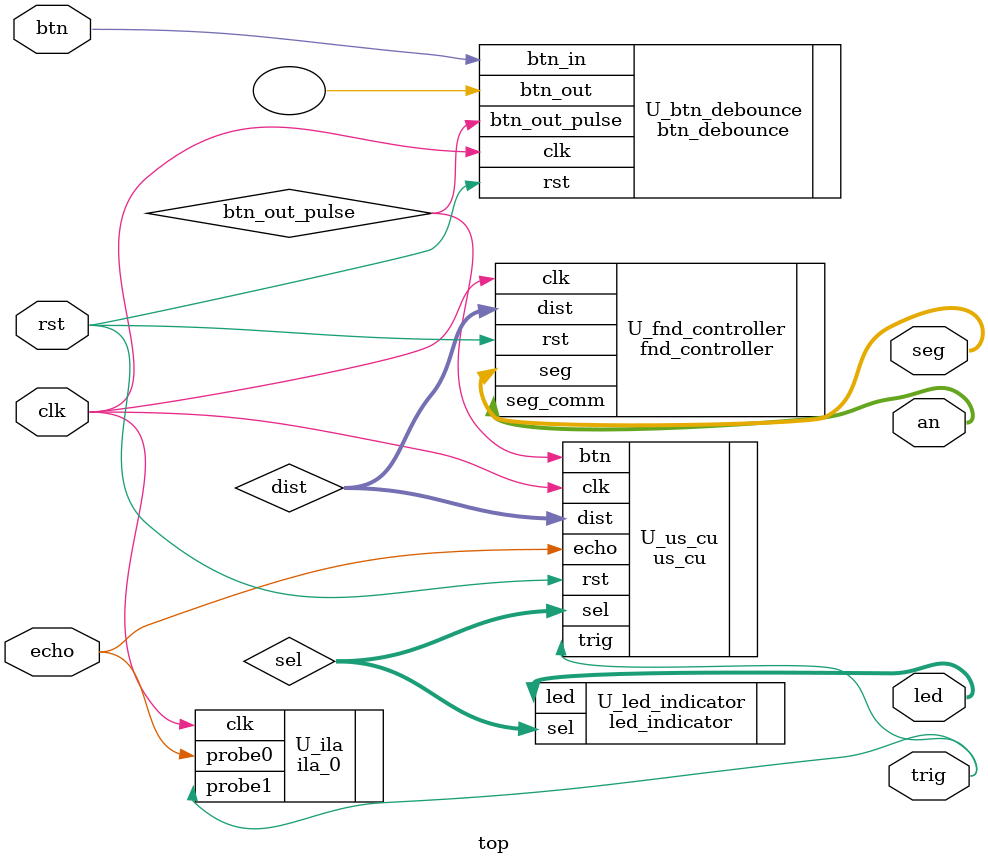
<source format=v>
`timescale 1ns / 1ps

module top(
    input clk, rst, echo, btn,
    output trig,
    output [7:0] seg,
    output [3:0] an,
    output [4:0] led
    );

    wire [8:0] dist;
    wire [2:0] sel;
    wire btn_out_pulse;

    btn_debounce U_btn_debounce(
        .clk(clk),
        .rst(rst),
        .btn_in(btn),
        .btn_out(),
        .btn_out_pulse(btn_out_pulse)
    );

    us_cu U_us_cu(
        .clk(clk),
        .rst(rst),
        .echo(echo),
        .btn(btn_out_pulse),
        .trig(trig),
        .dist(dist),
        .sel(sel)
    );

    led_indicator U_led_indicator(
        .sel(sel),
        .led(led)
    );

    fnd_controller U_fnd_controller(
        .dist(dist),
        .clk(clk),
        .rst(rst),
        .seg(seg),
        .seg_comm(an)
    );

    ila_0 U_ila(
        .clk(clk),
        .probe0(echo),
        .probe1(trig)
    );

endmodule

</source>
